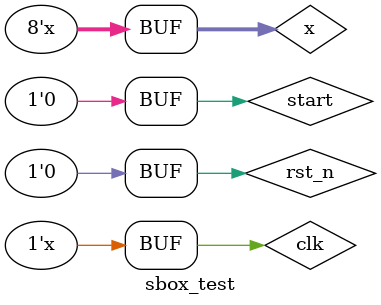
<source format=v>
`timescale 1ns / 1ps


module sbox_test;

	// Inputs
	reg clk;
	reg rst_n;
	reg start;
	reg [7:0] x;
	//reg [7:0] m;

	// Outputs
	wire finish;
	wire [7:0] s_out1;

	// Instantiate the Unit Under Test (UUT)
	sm4_sbox uut (
		.clk(clk), 
		.rst_n(rst_n), 
		.start(start), 
		.x(x), 
		//.m(m), 
		.finish(finish), 
		.s_out1(s_out1)
	);
	
	always #1 clk=~clk;
	initial begin
		// Initialize Inputs
		clk = 0;
		rst_n = 0;
		start = 0;
		x = 0;
		//m = 0;
		// Wait 100 ns for global reset to finish
		#100;
        
		// Add stimulus here

	end
	always@(clk) begin
		x<=x+1;
	end
      
endmodule


</source>
